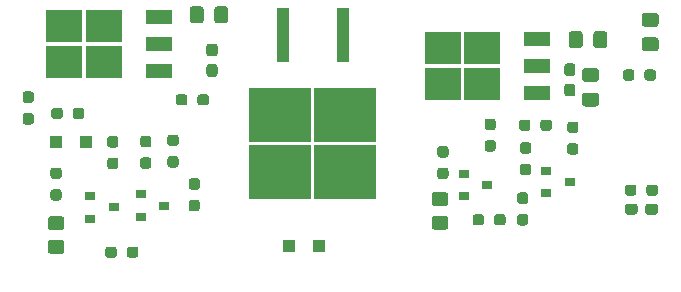
<source format=gbr>
%TF.GenerationSoftware,KiCad,Pcbnew,5.1.9-1.fc33*%
%TF.CreationDate,2021-04-16T18:18:08+01:00*%
%TF.ProjectId,cryosub_top_v01,6372796f-7375-4625-9f74-6f705f763031,rev?*%
%TF.SameCoordinates,Original*%
%TF.FileFunction,Paste,Top*%
%TF.FilePolarity,Positive*%
%FSLAX46Y46*%
G04 Gerber Fmt 4.6, Leading zero omitted, Abs format (unit mm)*
G04 Created by KiCad (PCBNEW 5.1.9-1.fc33) date 2021-04-16 18:18:08*
%MOMM*%
%LPD*%
G01*
G04 APERTURE LIST*
%ADD10R,5.250000X4.550000*%
%ADD11R,1.100000X4.600000*%
%ADD12R,3.050000X2.750000*%
%ADD13R,2.200000X1.200000*%
%ADD14R,0.900000X0.800000*%
%ADD15R,1.000000X1.000000*%
G04 APERTURE END LIST*
%TO.C,R22*%
G36*
G01*
X157787500Y-103137500D02*
X157787500Y-102662500D01*
G75*
G02*
X158025000Y-102425000I237500J0D01*
G01*
X158525000Y-102425000D01*
G75*
G02*
X158762500Y-102662500I0J-237500D01*
G01*
X158762500Y-103137500D01*
G75*
G02*
X158525000Y-103375000I-237500J0D01*
G01*
X158025000Y-103375000D01*
G75*
G02*
X157787500Y-103137500I0J237500D01*
G01*
G37*
G36*
G01*
X155962500Y-103137500D02*
X155962500Y-102662500D01*
G75*
G02*
X156200000Y-102425000I237500J0D01*
G01*
X156700000Y-102425000D01*
G75*
G02*
X156937500Y-102662500I0J-237500D01*
G01*
X156937500Y-103137500D01*
G75*
G02*
X156700000Y-103375000I-237500J0D01*
G01*
X156200000Y-103375000D01*
G75*
G02*
X155962500Y-103137500I0J237500D01*
G01*
G37*
%TD*%
%TO.C,C6*%
G36*
G01*
X157682500Y-104737500D02*
X157682500Y-104262500D01*
G75*
G02*
X157920000Y-104025000I237500J0D01*
G01*
X158520000Y-104025000D01*
G75*
G02*
X158757500Y-104262500I0J-237500D01*
G01*
X158757500Y-104737500D01*
G75*
G02*
X158520000Y-104975000I-237500J0D01*
G01*
X157920000Y-104975000D01*
G75*
G02*
X157682500Y-104737500I0J237500D01*
G01*
G37*
G36*
G01*
X155957500Y-104737500D02*
X155957500Y-104262500D01*
G75*
G02*
X156195000Y-104025000I237500J0D01*
G01*
X156795000Y-104025000D01*
G75*
G02*
X157032500Y-104262500I0J-237500D01*
G01*
X157032500Y-104737500D01*
G75*
G02*
X156795000Y-104975000I-237500J0D01*
G01*
X156195000Y-104975000D01*
G75*
G02*
X155957500Y-104737500I0J237500D01*
G01*
G37*
%TD*%
%TO.C,C5*%
G36*
G01*
X120762500Y-92225000D02*
X121237500Y-92225000D01*
G75*
G02*
X121475000Y-92462500I0J-237500D01*
G01*
X121475000Y-93062500D01*
G75*
G02*
X121237500Y-93300000I-237500J0D01*
G01*
X120762500Y-93300000D01*
G75*
G02*
X120525000Y-93062500I0J237500D01*
G01*
X120525000Y-92462500D01*
G75*
G02*
X120762500Y-92225000I237500J0D01*
G01*
G37*
G36*
G01*
X120762500Y-90500000D02*
X121237500Y-90500000D01*
G75*
G02*
X121475000Y-90737500I0J-237500D01*
G01*
X121475000Y-91337500D01*
G75*
G02*
X121237500Y-91575000I-237500J0D01*
G01*
X120762500Y-91575000D01*
G75*
G02*
X120525000Y-91337500I0J237500D01*
G01*
X120525000Y-90737500D01*
G75*
G02*
X120762500Y-90500000I237500J0D01*
G01*
G37*
%TD*%
%TO.C,C3*%
G36*
G01*
X151062500Y-93882500D02*
X151537500Y-93882500D01*
G75*
G02*
X151775000Y-94120000I0J-237500D01*
G01*
X151775000Y-94720000D01*
G75*
G02*
X151537500Y-94957500I-237500J0D01*
G01*
X151062500Y-94957500D01*
G75*
G02*
X150825000Y-94720000I0J237500D01*
G01*
X150825000Y-94120000D01*
G75*
G02*
X151062500Y-93882500I237500J0D01*
G01*
G37*
G36*
G01*
X151062500Y-92157500D02*
X151537500Y-92157500D01*
G75*
G02*
X151775000Y-92395000I0J-237500D01*
G01*
X151775000Y-92995000D01*
G75*
G02*
X151537500Y-93232500I-237500J0D01*
G01*
X151062500Y-93232500D01*
G75*
G02*
X150825000Y-92995000I0J237500D01*
G01*
X150825000Y-92395000D01*
G75*
G02*
X151062500Y-92157500I237500J0D01*
G01*
G37*
%TD*%
%TO.C,C7*%
G36*
G01*
X121187500Y-88525000D02*
X121187500Y-87575000D01*
G75*
G02*
X121437500Y-87325000I250000J0D01*
G01*
X122112500Y-87325000D01*
G75*
G02*
X122362500Y-87575000I0J-250000D01*
G01*
X122362500Y-88525000D01*
G75*
G02*
X122112500Y-88775000I-250000J0D01*
G01*
X121437500Y-88775000D01*
G75*
G02*
X121187500Y-88525000I0J250000D01*
G01*
G37*
G36*
G01*
X119112500Y-88525000D02*
X119112500Y-87575000D01*
G75*
G02*
X119362500Y-87325000I250000J0D01*
G01*
X120037500Y-87325000D01*
G75*
G02*
X120287500Y-87575000I0J-250000D01*
G01*
X120287500Y-88525000D01*
G75*
G02*
X120037500Y-88775000I-250000J0D01*
G01*
X119362500Y-88775000D01*
G75*
G02*
X119112500Y-88525000I0J250000D01*
G01*
G37*
%TD*%
%TO.C,R23*%
G36*
G01*
X156762500Y-92912500D02*
X156762500Y-93387500D01*
G75*
G02*
X156525000Y-93625000I-237500J0D01*
G01*
X156025000Y-93625000D01*
G75*
G02*
X155787500Y-93387500I0J237500D01*
G01*
X155787500Y-92912500D01*
G75*
G02*
X156025000Y-92675000I237500J0D01*
G01*
X156525000Y-92675000D01*
G75*
G02*
X156762500Y-92912500I0J-237500D01*
G01*
G37*
G36*
G01*
X158587500Y-92912500D02*
X158587500Y-93387500D01*
G75*
G02*
X158350000Y-93625000I-237500J0D01*
G01*
X157850000Y-93625000D01*
G75*
G02*
X157612500Y-93387500I0J237500D01*
G01*
X157612500Y-92912500D01*
G75*
G02*
X157850000Y-92675000I237500J0D01*
G01*
X158350000Y-92675000D01*
G75*
G02*
X158587500Y-92912500I0J-237500D01*
G01*
G37*
%TD*%
%TO.C,TH3*%
G36*
G01*
X107349999Y-107100000D02*
X108250001Y-107100000D01*
G75*
G02*
X108500000Y-107349999I0J-249999D01*
G01*
X108500000Y-108050001D01*
G75*
G02*
X108250001Y-108300000I-249999J0D01*
G01*
X107349999Y-108300000D01*
G75*
G02*
X107100000Y-108050001I0J249999D01*
G01*
X107100000Y-107349999D01*
G75*
G02*
X107349999Y-107100000I249999J0D01*
G01*
G37*
G36*
G01*
X107349999Y-105100000D02*
X108250001Y-105100000D01*
G75*
G02*
X108500000Y-105349999I0J-249999D01*
G01*
X108500000Y-106050001D01*
G75*
G02*
X108250001Y-106300000I-249999J0D01*
G01*
X107349999Y-106300000D01*
G75*
G02*
X107100000Y-106050001I0J249999D01*
G01*
X107100000Y-105349999D01*
G75*
G02*
X107349999Y-105100000I249999J0D01*
G01*
G37*
%TD*%
%TO.C,TH2*%
G36*
G01*
X139849999Y-105050000D02*
X140750001Y-105050000D01*
G75*
G02*
X141000000Y-105299999I0J-249999D01*
G01*
X141000000Y-106000001D01*
G75*
G02*
X140750001Y-106250000I-249999J0D01*
G01*
X139849999Y-106250000D01*
G75*
G02*
X139600000Y-106000001I0J249999D01*
G01*
X139600000Y-105299999D01*
G75*
G02*
X139849999Y-105050000I249999J0D01*
G01*
G37*
G36*
G01*
X139849999Y-103050000D02*
X140750001Y-103050000D01*
G75*
G02*
X141000000Y-103299999I0J-249999D01*
G01*
X141000000Y-104000001D01*
G75*
G02*
X140750001Y-104250000I-249999J0D01*
G01*
X139849999Y-104250000D01*
G75*
G02*
X139600000Y-104000001I0J249999D01*
G01*
X139600000Y-103299999D01*
G75*
G02*
X139849999Y-103050000I249999J0D01*
G01*
G37*
%TD*%
D10*
%TO.C,R21*%
X126750000Y-96500000D03*
X132300000Y-101350000D03*
X132300000Y-96500000D03*
X126750000Y-101350000D03*
D11*
X126985000Y-89775000D03*
X132065000Y-89775000D03*
%TD*%
%TO.C,R20*%
G36*
G01*
X119762500Y-95487500D02*
X119762500Y-95012500D01*
G75*
G02*
X120000000Y-94775000I237500J0D01*
G01*
X120500000Y-94775000D01*
G75*
G02*
X120737500Y-95012500I0J-237500D01*
G01*
X120737500Y-95487500D01*
G75*
G02*
X120500000Y-95725000I-237500J0D01*
G01*
X120000000Y-95725000D01*
G75*
G02*
X119762500Y-95487500I0J237500D01*
G01*
G37*
G36*
G01*
X117937500Y-95487500D02*
X117937500Y-95012500D01*
G75*
G02*
X118175000Y-94775000I237500J0D01*
G01*
X118675000Y-94775000D01*
G75*
G02*
X118912500Y-95012500I0J-237500D01*
G01*
X118912500Y-95487500D01*
G75*
G02*
X118675000Y-95725000I-237500J0D01*
G01*
X118175000Y-95725000D01*
G75*
G02*
X117937500Y-95487500I0J237500D01*
G01*
G37*
%TD*%
%TO.C,R19*%
G36*
G01*
X108375000Y-96162500D02*
X108375000Y-96637500D01*
G75*
G02*
X108137500Y-96875000I-237500J0D01*
G01*
X107637500Y-96875000D01*
G75*
G02*
X107400000Y-96637500I0J237500D01*
G01*
X107400000Y-96162500D01*
G75*
G02*
X107637500Y-95925000I237500J0D01*
G01*
X108137500Y-95925000D01*
G75*
G02*
X108375000Y-96162500I0J-237500D01*
G01*
G37*
G36*
G01*
X110200000Y-96162500D02*
X110200000Y-96637500D01*
G75*
G02*
X109962500Y-96875000I-237500J0D01*
G01*
X109462500Y-96875000D01*
G75*
G02*
X109225000Y-96637500I0J237500D01*
G01*
X109225000Y-96162500D01*
G75*
G02*
X109462500Y-95925000I237500J0D01*
G01*
X109962500Y-95925000D01*
G75*
G02*
X110200000Y-96162500I0J-237500D01*
G01*
G37*
%TD*%
%TO.C,R18*%
G36*
G01*
X105212500Y-96362500D02*
X105687500Y-96362500D01*
G75*
G02*
X105925000Y-96600000I0J-237500D01*
G01*
X105925000Y-97100000D01*
G75*
G02*
X105687500Y-97337500I-237500J0D01*
G01*
X105212500Y-97337500D01*
G75*
G02*
X104975000Y-97100000I0J237500D01*
G01*
X104975000Y-96600000D01*
G75*
G02*
X105212500Y-96362500I237500J0D01*
G01*
G37*
G36*
G01*
X105212500Y-94537500D02*
X105687500Y-94537500D01*
G75*
G02*
X105925000Y-94775000I0J-237500D01*
G01*
X105925000Y-95275000D01*
G75*
G02*
X105687500Y-95512500I-237500J0D01*
G01*
X105212500Y-95512500D01*
G75*
G02*
X104975000Y-95275000I0J237500D01*
G01*
X104975000Y-94775000D01*
G75*
G02*
X105212500Y-94537500I237500J0D01*
G01*
G37*
%TD*%
%TO.C,R17*%
G36*
G01*
X107562500Y-102812500D02*
X108037500Y-102812500D01*
G75*
G02*
X108275000Y-103050000I0J-237500D01*
G01*
X108275000Y-103550000D01*
G75*
G02*
X108037500Y-103787500I-237500J0D01*
G01*
X107562500Y-103787500D01*
G75*
G02*
X107325000Y-103550000I0J237500D01*
G01*
X107325000Y-103050000D01*
G75*
G02*
X107562500Y-102812500I237500J0D01*
G01*
G37*
G36*
G01*
X107562500Y-100987500D02*
X108037500Y-100987500D01*
G75*
G02*
X108275000Y-101225000I0J-237500D01*
G01*
X108275000Y-101725000D01*
G75*
G02*
X108037500Y-101962500I-237500J0D01*
G01*
X107562500Y-101962500D01*
G75*
G02*
X107325000Y-101725000I0J237500D01*
G01*
X107325000Y-101225000D01*
G75*
G02*
X107562500Y-100987500I237500J0D01*
G01*
G37*
%TD*%
%TO.C,R16*%
G36*
G01*
X112362500Y-100137500D02*
X112837500Y-100137500D01*
G75*
G02*
X113075000Y-100375000I0J-237500D01*
G01*
X113075000Y-100875000D01*
G75*
G02*
X112837500Y-101112500I-237500J0D01*
G01*
X112362500Y-101112500D01*
G75*
G02*
X112125000Y-100875000I0J237500D01*
G01*
X112125000Y-100375000D01*
G75*
G02*
X112362500Y-100137500I237500J0D01*
G01*
G37*
G36*
G01*
X112362500Y-98312500D02*
X112837500Y-98312500D01*
G75*
G02*
X113075000Y-98550000I0J-237500D01*
G01*
X113075000Y-99050000D01*
G75*
G02*
X112837500Y-99287500I-237500J0D01*
G01*
X112362500Y-99287500D01*
G75*
G02*
X112125000Y-99050000I0J237500D01*
G01*
X112125000Y-98550000D01*
G75*
G02*
X112362500Y-98312500I237500J0D01*
G01*
G37*
%TD*%
%TO.C,R14*%
G36*
G01*
X113787500Y-108387500D02*
X113787500Y-107912500D01*
G75*
G02*
X114025000Y-107675000I237500J0D01*
G01*
X114525000Y-107675000D01*
G75*
G02*
X114762500Y-107912500I0J-237500D01*
G01*
X114762500Y-108387500D01*
G75*
G02*
X114525000Y-108625000I-237500J0D01*
G01*
X114025000Y-108625000D01*
G75*
G02*
X113787500Y-108387500I0J237500D01*
G01*
G37*
G36*
G01*
X111962500Y-108387500D02*
X111962500Y-107912500D01*
G75*
G02*
X112200000Y-107675000I237500J0D01*
G01*
X112700000Y-107675000D01*
G75*
G02*
X112937500Y-107912500I0J-237500D01*
G01*
X112937500Y-108387500D01*
G75*
G02*
X112700000Y-108625000I-237500J0D01*
G01*
X112200000Y-108625000D01*
G75*
G02*
X111962500Y-108387500I0J237500D01*
G01*
G37*
%TD*%
%TO.C,R12*%
G36*
G01*
X119262500Y-103712500D02*
X119737500Y-103712500D01*
G75*
G02*
X119975000Y-103950000I0J-237500D01*
G01*
X119975000Y-104450000D01*
G75*
G02*
X119737500Y-104687500I-237500J0D01*
G01*
X119262500Y-104687500D01*
G75*
G02*
X119025000Y-104450000I0J237500D01*
G01*
X119025000Y-103950000D01*
G75*
G02*
X119262500Y-103712500I237500J0D01*
G01*
G37*
G36*
G01*
X119262500Y-101887500D02*
X119737500Y-101887500D01*
G75*
G02*
X119975000Y-102125000I0J-237500D01*
G01*
X119975000Y-102625000D01*
G75*
G02*
X119737500Y-102862500I-237500J0D01*
G01*
X119262500Y-102862500D01*
G75*
G02*
X119025000Y-102625000I0J237500D01*
G01*
X119025000Y-102125000D01*
G75*
G02*
X119262500Y-101887500I237500J0D01*
G01*
G37*
%TD*%
%TO.C,R11*%
G36*
G01*
X115637500Y-99262500D02*
X115162500Y-99262500D01*
G75*
G02*
X114925000Y-99025000I0J237500D01*
G01*
X114925000Y-98525000D01*
G75*
G02*
X115162500Y-98287500I237500J0D01*
G01*
X115637500Y-98287500D01*
G75*
G02*
X115875000Y-98525000I0J-237500D01*
G01*
X115875000Y-99025000D01*
G75*
G02*
X115637500Y-99262500I-237500J0D01*
G01*
G37*
G36*
G01*
X115637500Y-101087500D02*
X115162500Y-101087500D01*
G75*
G02*
X114925000Y-100850000I0J237500D01*
G01*
X114925000Y-100350000D01*
G75*
G02*
X115162500Y-100112500I237500J0D01*
G01*
X115637500Y-100112500D01*
G75*
G02*
X115875000Y-100350000I0J-237500D01*
G01*
X115875000Y-100850000D01*
G75*
G02*
X115637500Y-101087500I-237500J0D01*
G01*
G37*
%TD*%
%TO.C,R10*%
G36*
G01*
X117462500Y-100012500D02*
X117937500Y-100012500D01*
G75*
G02*
X118175000Y-100250000I0J-237500D01*
G01*
X118175000Y-100750000D01*
G75*
G02*
X117937500Y-100987500I-237500J0D01*
G01*
X117462500Y-100987500D01*
G75*
G02*
X117225000Y-100750000I0J237500D01*
G01*
X117225000Y-100250000D01*
G75*
G02*
X117462500Y-100012500I237500J0D01*
G01*
G37*
G36*
G01*
X117462500Y-98187500D02*
X117937500Y-98187500D01*
G75*
G02*
X118175000Y-98425000I0J-237500D01*
G01*
X118175000Y-98925000D01*
G75*
G02*
X117937500Y-99162500I-237500J0D01*
G01*
X117462500Y-99162500D01*
G75*
G02*
X117225000Y-98925000I0J237500D01*
G01*
X117225000Y-98425000D01*
G75*
G02*
X117462500Y-98187500I237500J0D01*
G01*
G37*
%TD*%
%TO.C,R9*%
G36*
G01*
X148812500Y-97637500D02*
X148812500Y-97162500D01*
G75*
G02*
X149050000Y-96925000I237500J0D01*
G01*
X149550000Y-96925000D01*
G75*
G02*
X149787500Y-97162500I0J-237500D01*
G01*
X149787500Y-97637500D01*
G75*
G02*
X149550000Y-97875000I-237500J0D01*
G01*
X149050000Y-97875000D01*
G75*
G02*
X148812500Y-97637500I0J237500D01*
G01*
G37*
G36*
G01*
X146987500Y-97637500D02*
X146987500Y-97162500D01*
G75*
G02*
X147225000Y-96925000I237500J0D01*
G01*
X147725000Y-96925000D01*
G75*
G02*
X147962500Y-97162500I0J-237500D01*
G01*
X147962500Y-97637500D01*
G75*
G02*
X147725000Y-97875000I-237500J0D01*
G01*
X147225000Y-97875000D01*
G75*
G02*
X146987500Y-97637500I0J237500D01*
G01*
G37*
%TD*%
%TO.C,R8*%
G36*
G01*
X140312500Y-100987500D02*
X140787500Y-100987500D01*
G75*
G02*
X141025000Y-101225000I0J-237500D01*
G01*
X141025000Y-101725000D01*
G75*
G02*
X140787500Y-101962500I-237500J0D01*
G01*
X140312500Y-101962500D01*
G75*
G02*
X140075000Y-101725000I0J237500D01*
G01*
X140075000Y-101225000D01*
G75*
G02*
X140312500Y-100987500I237500J0D01*
G01*
G37*
G36*
G01*
X140312500Y-99162500D02*
X140787500Y-99162500D01*
G75*
G02*
X141025000Y-99400000I0J-237500D01*
G01*
X141025000Y-99900000D01*
G75*
G02*
X140787500Y-100137500I-237500J0D01*
G01*
X140312500Y-100137500D01*
G75*
G02*
X140075000Y-99900000I0J237500D01*
G01*
X140075000Y-99400000D01*
G75*
G02*
X140312500Y-99162500I237500J0D01*
G01*
G37*
%TD*%
%TO.C,R7*%
G36*
G01*
X144312500Y-98662500D02*
X144787500Y-98662500D01*
G75*
G02*
X145025000Y-98900000I0J-237500D01*
G01*
X145025000Y-99400000D01*
G75*
G02*
X144787500Y-99637500I-237500J0D01*
G01*
X144312500Y-99637500D01*
G75*
G02*
X144075000Y-99400000I0J237500D01*
G01*
X144075000Y-98900000D01*
G75*
G02*
X144312500Y-98662500I237500J0D01*
G01*
G37*
G36*
G01*
X144312500Y-96837500D02*
X144787500Y-96837500D01*
G75*
G02*
X145025000Y-97075000I0J-237500D01*
G01*
X145025000Y-97575000D01*
G75*
G02*
X144787500Y-97812500I-237500J0D01*
G01*
X144312500Y-97812500D01*
G75*
G02*
X144075000Y-97575000I0J237500D01*
G01*
X144075000Y-97075000D01*
G75*
G02*
X144312500Y-96837500I237500J0D01*
G01*
G37*
%TD*%
%TO.C,R5*%
G36*
G01*
X144887500Y-105637500D02*
X144887500Y-105162500D01*
G75*
G02*
X145125000Y-104925000I237500J0D01*
G01*
X145625000Y-104925000D01*
G75*
G02*
X145862500Y-105162500I0J-237500D01*
G01*
X145862500Y-105637500D01*
G75*
G02*
X145625000Y-105875000I-237500J0D01*
G01*
X145125000Y-105875000D01*
G75*
G02*
X144887500Y-105637500I0J237500D01*
G01*
G37*
G36*
G01*
X143062500Y-105637500D02*
X143062500Y-105162500D01*
G75*
G02*
X143300000Y-104925000I237500J0D01*
G01*
X143800000Y-104925000D01*
G75*
G02*
X144037500Y-105162500I0J-237500D01*
G01*
X144037500Y-105637500D01*
G75*
G02*
X143800000Y-105875000I-237500J0D01*
G01*
X143300000Y-105875000D01*
G75*
G02*
X143062500Y-105637500I0J237500D01*
G01*
G37*
%TD*%
%TO.C,R3*%
G36*
G01*
X151312500Y-98912500D02*
X151787500Y-98912500D01*
G75*
G02*
X152025000Y-99150000I0J-237500D01*
G01*
X152025000Y-99650000D01*
G75*
G02*
X151787500Y-99887500I-237500J0D01*
G01*
X151312500Y-99887500D01*
G75*
G02*
X151075000Y-99650000I0J237500D01*
G01*
X151075000Y-99150000D01*
G75*
G02*
X151312500Y-98912500I237500J0D01*
G01*
G37*
G36*
G01*
X151312500Y-97087500D02*
X151787500Y-97087500D01*
G75*
G02*
X152025000Y-97325000I0J-237500D01*
G01*
X152025000Y-97825000D01*
G75*
G02*
X151787500Y-98062500I-237500J0D01*
G01*
X151312500Y-98062500D01*
G75*
G02*
X151075000Y-97825000I0J237500D01*
G01*
X151075000Y-97325000D01*
G75*
G02*
X151312500Y-97087500I237500J0D01*
G01*
G37*
%TD*%
%TO.C,R2*%
G36*
G01*
X147062500Y-104912500D02*
X147537500Y-104912500D01*
G75*
G02*
X147775000Y-105150000I0J-237500D01*
G01*
X147775000Y-105650000D01*
G75*
G02*
X147537500Y-105887500I-237500J0D01*
G01*
X147062500Y-105887500D01*
G75*
G02*
X146825000Y-105650000I0J237500D01*
G01*
X146825000Y-105150000D01*
G75*
G02*
X147062500Y-104912500I237500J0D01*
G01*
G37*
G36*
G01*
X147062500Y-103087500D02*
X147537500Y-103087500D01*
G75*
G02*
X147775000Y-103325000I0J-237500D01*
G01*
X147775000Y-103825000D01*
G75*
G02*
X147537500Y-104062500I-237500J0D01*
G01*
X147062500Y-104062500D01*
G75*
G02*
X146825000Y-103825000I0J237500D01*
G01*
X146825000Y-103325000D01*
G75*
G02*
X147062500Y-103087500I237500J0D01*
G01*
G37*
%TD*%
%TO.C,R1*%
G36*
G01*
X147312500Y-100662500D02*
X147787500Y-100662500D01*
G75*
G02*
X148025000Y-100900000I0J-237500D01*
G01*
X148025000Y-101400000D01*
G75*
G02*
X147787500Y-101637500I-237500J0D01*
G01*
X147312500Y-101637500D01*
G75*
G02*
X147075000Y-101400000I0J237500D01*
G01*
X147075000Y-100900000D01*
G75*
G02*
X147312500Y-100662500I237500J0D01*
G01*
G37*
G36*
G01*
X147312500Y-98837500D02*
X147787500Y-98837500D01*
G75*
G02*
X148025000Y-99075000I0J-237500D01*
G01*
X148025000Y-99575000D01*
G75*
G02*
X147787500Y-99812500I-237500J0D01*
G01*
X147312500Y-99812500D01*
G75*
G02*
X147075000Y-99575000I0J237500D01*
G01*
X147075000Y-99075000D01*
G75*
G02*
X147312500Y-98837500I237500J0D01*
G01*
G37*
%TD*%
D12*
%TO.C,Q6*%
X111850000Y-89000000D03*
X108500000Y-92050000D03*
X111850000Y-92050000D03*
X108500000Y-89000000D03*
D13*
X116475000Y-88245000D03*
X116475000Y-90525000D03*
X116475000Y-92805000D03*
%TD*%
D14*
%TO.C,Q5*%
X112700000Y-104350000D03*
X110700000Y-105300000D03*
X110700000Y-103400000D03*
%TD*%
%TO.C,Q4*%
X116950000Y-104200000D03*
X114950000Y-105150000D03*
X114950000Y-103250000D03*
%TD*%
D12*
%TO.C,Q3*%
X143900000Y-90850000D03*
X140550000Y-93900000D03*
X143900000Y-93900000D03*
X140550000Y-90850000D03*
D13*
X148525000Y-90095000D03*
X148525000Y-92375000D03*
X148525000Y-94655000D03*
%TD*%
D14*
%TO.C,Q2*%
X144300000Y-102450000D03*
X142300000Y-103400000D03*
X142300000Y-101500000D03*
%TD*%
%TO.C,Q1*%
X151300000Y-102200000D03*
X149300000Y-103150000D03*
X149300000Y-101250000D03*
%TD*%
D15*
%TO.C,D2*%
X110300000Y-98800000D03*
X107800000Y-98800000D03*
%TD*%
%TO.C,D1*%
X130050000Y-107600000D03*
X127550000Y-107600000D03*
%TD*%
%TO.C,C4*%
G36*
G01*
X152575000Y-94637500D02*
X153525000Y-94637500D01*
G75*
G02*
X153775000Y-94887500I0J-250000D01*
G01*
X153775000Y-95562500D01*
G75*
G02*
X153525000Y-95812500I-250000J0D01*
G01*
X152575000Y-95812500D01*
G75*
G02*
X152325000Y-95562500I0J250000D01*
G01*
X152325000Y-94887500D01*
G75*
G02*
X152575000Y-94637500I250000J0D01*
G01*
G37*
G36*
G01*
X152575000Y-92562500D02*
X153525000Y-92562500D01*
G75*
G02*
X153775000Y-92812500I0J-250000D01*
G01*
X153775000Y-93487500D01*
G75*
G02*
X153525000Y-93737500I-250000J0D01*
G01*
X152575000Y-93737500D01*
G75*
G02*
X152325000Y-93487500I0J250000D01*
G01*
X152325000Y-92812500D01*
G75*
G02*
X152575000Y-92562500I250000J0D01*
G01*
G37*
%TD*%
%TO.C,C2*%
G36*
G01*
X153287500Y-90625000D02*
X153287500Y-89675000D01*
G75*
G02*
X153537500Y-89425000I250000J0D01*
G01*
X154212500Y-89425000D01*
G75*
G02*
X154462500Y-89675000I0J-250000D01*
G01*
X154462500Y-90625000D01*
G75*
G02*
X154212500Y-90875000I-250000J0D01*
G01*
X153537500Y-90875000D01*
G75*
G02*
X153287500Y-90625000I0J250000D01*
G01*
G37*
G36*
G01*
X151212500Y-90625000D02*
X151212500Y-89675000D01*
G75*
G02*
X151462500Y-89425000I250000J0D01*
G01*
X152137500Y-89425000D01*
G75*
G02*
X152387500Y-89675000I0J-250000D01*
G01*
X152387500Y-90625000D01*
G75*
G02*
X152137500Y-90875000I-250000J0D01*
G01*
X151462500Y-90875000D01*
G75*
G02*
X151212500Y-90625000I0J250000D01*
G01*
G37*
%TD*%
%TO.C,C1*%
G36*
G01*
X158575000Y-89062500D02*
X157625000Y-89062500D01*
G75*
G02*
X157375000Y-88812500I0J250000D01*
G01*
X157375000Y-88137500D01*
G75*
G02*
X157625000Y-87887500I250000J0D01*
G01*
X158575000Y-87887500D01*
G75*
G02*
X158825000Y-88137500I0J-250000D01*
G01*
X158825000Y-88812500D01*
G75*
G02*
X158575000Y-89062500I-250000J0D01*
G01*
G37*
G36*
G01*
X158575000Y-91137500D02*
X157625000Y-91137500D01*
G75*
G02*
X157375000Y-90887500I0J250000D01*
G01*
X157375000Y-90212500D01*
G75*
G02*
X157625000Y-89962500I250000J0D01*
G01*
X158575000Y-89962500D01*
G75*
G02*
X158825000Y-90212500I0J-250000D01*
G01*
X158825000Y-90887500D01*
G75*
G02*
X158575000Y-91137500I-250000J0D01*
G01*
G37*
%TD*%
M02*

</source>
